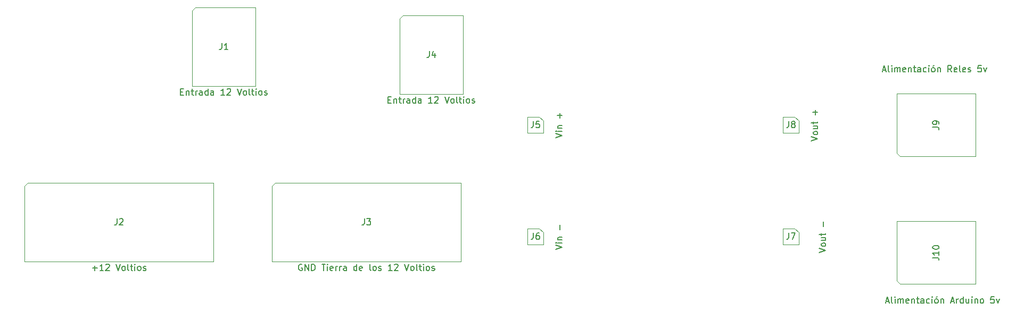
<source format=gbr>
G04 #@! TF.GenerationSoftware,KiCad,Pcbnew,(5.1.5)-1*
G04 #@! TF.CreationDate,2020-02-15T15:22:27-05:00*
G04 #@! TF.ProjectId,potencia,706f7465-6e63-4696-912e-6b696361645f,rev?*
G04 #@! TF.SameCoordinates,Original*
G04 #@! TF.FileFunction,Other,Fab,Top*
%FSLAX46Y46*%
G04 Gerber Fmt 4.6, Leading zero omitted, Abs format (unit mm)*
G04 Created by KiCad (PCBNEW (5.1.5)-1) date 2020-02-15 15:22:27*
%MOMM*%
%LPD*%
G04 APERTURE LIST*
%ADD10C,0.100000*%
%ADD11C,0.150000*%
G04 APERTURE END LIST*
D10*
X86900000Y-67660000D02*
X96400000Y-67660000D01*
X96400000Y-67660000D02*
X96400000Y-80160000D01*
X96400000Y-80160000D02*
X86400000Y-80160000D01*
X86400000Y-80160000D02*
X86400000Y-68160000D01*
X86400000Y-68160000D02*
X86900000Y-67660000D01*
X60230000Y-95600000D02*
X89730000Y-95600000D01*
X89730000Y-95600000D02*
X89730000Y-108100000D01*
X89730000Y-108100000D02*
X59730000Y-108100000D01*
X59730000Y-108100000D02*
X59730000Y-96100000D01*
X59730000Y-96100000D02*
X60230000Y-95600000D01*
X99100000Y-96100000D02*
X99600000Y-95600000D01*
X99100000Y-108100000D02*
X99100000Y-96100000D01*
X129100000Y-108100000D02*
X99100000Y-108100000D01*
X129100000Y-95600000D02*
X129100000Y-108100000D01*
X99600000Y-95600000D02*
X129100000Y-95600000D01*
X119920000Y-68930000D02*
X129420000Y-68930000D01*
X129420000Y-68930000D02*
X129420000Y-81430000D01*
X129420000Y-81430000D02*
X119420000Y-81430000D01*
X119420000Y-81430000D02*
X119420000Y-69430000D01*
X119420000Y-69430000D02*
X119920000Y-68930000D01*
X139700000Y-85090000D02*
X141605000Y-85090000D01*
X141605000Y-85090000D02*
X142240000Y-85725000D01*
X142240000Y-85725000D02*
X142240000Y-87630000D01*
X142240000Y-87630000D02*
X139700000Y-87630000D01*
X139700000Y-87630000D02*
X139700000Y-85090000D01*
X139700000Y-105410000D02*
X139700000Y-102870000D01*
X142240000Y-105410000D02*
X139700000Y-105410000D01*
X142240000Y-103505000D02*
X142240000Y-105410000D01*
X141605000Y-102870000D02*
X142240000Y-103505000D01*
X139700000Y-102870000D02*
X141605000Y-102870000D01*
X180340000Y-102870000D02*
X182245000Y-102870000D01*
X182245000Y-102870000D02*
X182880000Y-103505000D01*
X182880000Y-103505000D02*
X182880000Y-105410000D01*
X182880000Y-105410000D02*
X180340000Y-105410000D01*
X180340000Y-105410000D02*
X180340000Y-102870000D01*
X180340000Y-87630000D02*
X180340000Y-85090000D01*
X182880000Y-87630000D02*
X180340000Y-87630000D01*
X182880000Y-85725000D02*
X182880000Y-87630000D01*
X182245000Y-85090000D02*
X182880000Y-85725000D01*
X180340000Y-85090000D02*
X182245000Y-85090000D01*
X198970000Y-91400000D02*
X198470000Y-90900000D01*
X210970000Y-91400000D02*
X198970000Y-91400000D01*
X210970000Y-81400000D02*
X210970000Y-91400000D01*
X198470000Y-81400000D02*
X210970000Y-81400000D01*
X198470000Y-90900000D02*
X198470000Y-81400000D01*
X198970000Y-111720000D02*
X198470000Y-111220000D01*
X210970000Y-111720000D02*
X198970000Y-111720000D01*
X210970000Y-101720000D02*
X210970000Y-111720000D01*
X198470000Y-101720000D02*
X210970000Y-101720000D01*
X198470000Y-111220000D02*
X198470000Y-101720000D01*
D11*
X84542857Y-81088571D02*
X84876190Y-81088571D01*
X85019047Y-81612380D02*
X84542857Y-81612380D01*
X84542857Y-80612380D01*
X85019047Y-80612380D01*
X85447619Y-80945714D02*
X85447619Y-81612380D01*
X85447619Y-81040952D02*
X85495238Y-80993333D01*
X85590476Y-80945714D01*
X85733333Y-80945714D01*
X85828571Y-80993333D01*
X85876190Y-81088571D01*
X85876190Y-81612380D01*
X86209523Y-80945714D02*
X86590476Y-80945714D01*
X86352380Y-80612380D02*
X86352380Y-81469523D01*
X86400000Y-81564761D01*
X86495238Y-81612380D01*
X86590476Y-81612380D01*
X86923809Y-81612380D02*
X86923809Y-80945714D01*
X86923809Y-81136190D02*
X86971428Y-81040952D01*
X87019047Y-80993333D01*
X87114285Y-80945714D01*
X87209523Y-80945714D01*
X87971428Y-81612380D02*
X87971428Y-81088571D01*
X87923809Y-80993333D01*
X87828571Y-80945714D01*
X87638095Y-80945714D01*
X87542857Y-80993333D01*
X87971428Y-81564761D02*
X87876190Y-81612380D01*
X87638095Y-81612380D01*
X87542857Y-81564761D01*
X87495238Y-81469523D01*
X87495238Y-81374285D01*
X87542857Y-81279047D01*
X87638095Y-81231428D01*
X87876190Y-81231428D01*
X87971428Y-81183809D01*
X88876190Y-81612380D02*
X88876190Y-80612380D01*
X88876190Y-81564761D02*
X88780952Y-81612380D01*
X88590476Y-81612380D01*
X88495238Y-81564761D01*
X88447619Y-81517142D01*
X88400000Y-81421904D01*
X88400000Y-81136190D01*
X88447619Y-81040952D01*
X88495238Y-80993333D01*
X88590476Y-80945714D01*
X88780952Y-80945714D01*
X88876190Y-80993333D01*
X89780952Y-81612380D02*
X89780952Y-81088571D01*
X89733333Y-80993333D01*
X89638095Y-80945714D01*
X89447619Y-80945714D01*
X89352380Y-80993333D01*
X89780952Y-81564761D02*
X89685714Y-81612380D01*
X89447619Y-81612380D01*
X89352380Y-81564761D01*
X89304761Y-81469523D01*
X89304761Y-81374285D01*
X89352380Y-81279047D01*
X89447619Y-81231428D01*
X89685714Y-81231428D01*
X89780952Y-81183809D01*
X91542857Y-81612380D02*
X90971428Y-81612380D01*
X91257142Y-81612380D02*
X91257142Y-80612380D01*
X91161904Y-80755238D01*
X91066666Y-80850476D01*
X90971428Y-80898095D01*
X91923809Y-80707619D02*
X91971428Y-80660000D01*
X92066666Y-80612380D01*
X92304761Y-80612380D01*
X92400000Y-80660000D01*
X92447619Y-80707619D01*
X92495238Y-80802857D01*
X92495238Y-80898095D01*
X92447619Y-81040952D01*
X91876190Y-81612380D01*
X92495238Y-81612380D01*
X93542857Y-80612380D02*
X93876190Y-81612380D01*
X94209523Y-80612380D01*
X94685714Y-81612380D02*
X94590476Y-81564761D01*
X94542857Y-81517142D01*
X94495238Y-81421904D01*
X94495238Y-81136190D01*
X94542857Y-81040952D01*
X94590476Y-80993333D01*
X94685714Y-80945714D01*
X94828571Y-80945714D01*
X94923809Y-80993333D01*
X94971428Y-81040952D01*
X95019047Y-81136190D01*
X95019047Y-81421904D01*
X94971428Y-81517142D01*
X94923809Y-81564761D01*
X94828571Y-81612380D01*
X94685714Y-81612380D01*
X95590476Y-81612380D02*
X95495238Y-81564761D01*
X95447619Y-81469523D01*
X95447619Y-80612380D01*
X95828571Y-80945714D02*
X96209523Y-80945714D01*
X95971428Y-80612380D02*
X95971428Y-81469523D01*
X96019047Y-81564761D01*
X96114285Y-81612380D01*
X96209523Y-81612380D01*
X96542857Y-81612380D02*
X96542857Y-80945714D01*
X96542857Y-80612380D02*
X96495238Y-80660000D01*
X96542857Y-80707619D01*
X96590476Y-80660000D01*
X96542857Y-80612380D01*
X96542857Y-80707619D01*
X97161904Y-81612380D02*
X97066666Y-81564761D01*
X97019047Y-81517142D01*
X96971428Y-81421904D01*
X96971428Y-81136190D01*
X97019047Y-81040952D01*
X97066666Y-80993333D01*
X97161904Y-80945714D01*
X97304761Y-80945714D01*
X97400000Y-80993333D01*
X97447619Y-81040952D01*
X97495238Y-81136190D01*
X97495238Y-81421904D01*
X97447619Y-81517142D01*
X97400000Y-81564761D01*
X97304761Y-81612380D01*
X97161904Y-81612380D01*
X97876190Y-81564761D02*
X97971428Y-81612380D01*
X98161904Y-81612380D01*
X98257142Y-81564761D01*
X98304761Y-81469523D01*
X98304761Y-81421904D01*
X98257142Y-81326666D01*
X98161904Y-81279047D01*
X98019047Y-81279047D01*
X97923809Y-81231428D01*
X97876190Y-81136190D01*
X97876190Y-81088571D01*
X97923809Y-80993333D01*
X98019047Y-80945714D01*
X98161904Y-80945714D01*
X98257142Y-80993333D01*
X91066666Y-73362380D02*
X91066666Y-74076666D01*
X91019047Y-74219523D01*
X90923809Y-74314761D01*
X90780952Y-74362380D01*
X90685714Y-74362380D01*
X92066666Y-74362380D02*
X91495238Y-74362380D01*
X91780952Y-74362380D02*
X91780952Y-73362380D01*
X91685714Y-73505238D01*
X91590476Y-73600476D01*
X91495238Y-73648095D01*
X70491904Y-109171428D02*
X71253809Y-109171428D01*
X70872857Y-109552380D02*
X70872857Y-108790476D01*
X72253809Y-109552380D02*
X71682380Y-109552380D01*
X71968095Y-109552380D02*
X71968095Y-108552380D01*
X71872857Y-108695238D01*
X71777619Y-108790476D01*
X71682380Y-108838095D01*
X72634761Y-108647619D02*
X72682380Y-108600000D01*
X72777619Y-108552380D01*
X73015714Y-108552380D01*
X73110952Y-108600000D01*
X73158571Y-108647619D01*
X73206190Y-108742857D01*
X73206190Y-108838095D01*
X73158571Y-108980952D01*
X72587142Y-109552380D01*
X73206190Y-109552380D01*
X74253809Y-108552380D02*
X74587142Y-109552380D01*
X74920476Y-108552380D01*
X75396666Y-109552380D02*
X75301428Y-109504761D01*
X75253809Y-109457142D01*
X75206190Y-109361904D01*
X75206190Y-109076190D01*
X75253809Y-108980952D01*
X75301428Y-108933333D01*
X75396666Y-108885714D01*
X75539523Y-108885714D01*
X75634761Y-108933333D01*
X75682380Y-108980952D01*
X75730000Y-109076190D01*
X75730000Y-109361904D01*
X75682380Y-109457142D01*
X75634761Y-109504761D01*
X75539523Y-109552380D01*
X75396666Y-109552380D01*
X76301428Y-109552380D02*
X76206190Y-109504761D01*
X76158571Y-109409523D01*
X76158571Y-108552380D01*
X76539523Y-108885714D02*
X76920476Y-108885714D01*
X76682380Y-108552380D02*
X76682380Y-109409523D01*
X76730000Y-109504761D01*
X76825238Y-109552380D01*
X76920476Y-109552380D01*
X77253809Y-109552380D02*
X77253809Y-108885714D01*
X77253809Y-108552380D02*
X77206190Y-108600000D01*
X77253809Y-108647619D01*
X77301428Y-108600000D01*
X77253809Y-108552380D01*
X77253809Y-108647619D01*
X77872857Y-109552380D02*
X77777619Y-109504761D01*
X77730000Y-109457142D01*
X77682380Y-109361904D01*
X77682380Y-109076190D01*
X77730000Y-108980952D01*
X77777619Y-108933333D01*
X77872857Y-108885714D01*
X78015714Y-108885714D01*
X78110952Y-108933333D01*
X78158571Y-108980952D01*
X78206190Y-109076190D01*
X78206190Y-109361904D01*
X78158571Y-109457142D01*
X78110952Y-109504761D01*
X78015714Y-109552380D01*
X77872857Y-109552380D01*
X78587142Y-109504761D02*
X78682380Y-109552380D01*
X78872857Y-109552380D01*
X78968095Y-109504761D01*
X79015714Y-109409523D01*
X79015714Y-109361904D01*
X78968095Y-109266666D01*
X78872857Y-109219047D01*
X78730000Y-109219047D01*
X78634761Y-109171428D01*
X78587142Y-109076190D01*
X78587142Y-109028571D01*
X78634761Y-108933333D01*
X78730000Y-108885714D01*
X78872857Y-108885714D01*
X78968095Y-108933333D01*
X74396666Y-101302380D02*
X74396666Y-102016666D01*
X74349047Y-102159523D01*
X74253809Y-102254761D01*
X74110952Y-102302380D01*
X74015714Y-102302380D01*
X74825238Y-101397619D02*
X74872857Y-101350000D01*
X74968095Y-101302380D01*
X75206190Y-101302380D01*
X75301428Y-101350000D01*
X75349047Y-101397619D01*
X75396666Y-101492857D01*
X75396666Y-101588095D01*
X75349047Y-101730952D01*
X74777619Y-102302380D01*
X75396666Y-102302380D01*
X103838095Y-108600000D02*
X103742857Y-108552380D01*
X103600000Y-108552380D01*
X103457142Y-108600000D01*
X103361904Y-108695238D01*
X103314285Y-108790476D01*
X103266666Y-108980952D01*
X103266666Y-109123809D01*
X103314285Y-109314285D01*
X103361904Y-109409523D01*
X103457142Y-109504761D01*
X103600000Y-109552380D01*
X103695238Y-109552380D01*
X103838095Y-109504761D01*
X103885714Y-109457142D01*
X103885714Y-109123809D01*
X103695238Y-109123809D01*
X104314285Y-109552380D02*
X104314285Y-108552380D01*
X104885714Y-109552380D01*
X104885714Y-108552380D01*
X105361904Y-109552380D02*
X105361904Y-108552380D01*
X105600000Y-108552380D01*
X105742857Y-108600000D01*
X105838095Y-108695238D01*
X105885714Y-108790476D01*
X105933333Y-108980952D01*
X105933333Y-109123809D01*
X105885714Y-109314285D01*
X105838095Y-109409523D01*
X105742857Y-109504761D01*
X105600000Y-109552380D01*
X105361904Y-109552380D01*
X106980952Y-108552380D02*
X107552380Y-108552380D01*
X107266666Y-109552380D02*
X107266666Y-108552380D01*
X107885714Y-109552380D02*
X107885714Y-108885714D01*
X107885714Y-108552380D02*
X107838095Y-108600000D01*
X107885714Y-108647619D01*
X107933333Y-108600000D01*
X107885714Y-108552380D01*
X107885714Y-108647619D01*
X108742857Y-109504761D02*
X108647619Y-109552380D01*
X108457142Y-109552380D01*
X108361904Y-109504761D01*
X108314285Y-109409523D01*
X108314285Y-109028571D01*
X108361904Y-108933333D01*
X108457142Y-108885714D01*
X108647619Y-108885714D01*
X108742857Y-108933333D01*
X108790476Y-109028571D01*
X108790476Y-109123809D01*
X108314285Y-109219047D01*
X109219047Y-109552380D02*
X109219047Y-108885714D01*
X109219047Y-109076190D02*
X109266666Y-108980952D01*
X109314285Y-108933333D01*
X109409523Y-108885714D01*
X109504761Y-108885714D01*
X109838095Y-109552380D02*
X109838095Y-108885714D01*
X109838095Y-109076190D02*
X109885714Y-108980952D01*
X109933333Y-108933333D01*
X110028571Y-108885714D01*
X110123809Y-108885714D01*
X110885714Y-109552380D02*
X110885714Y-109028571D01*
X110838095Y-108933333D01*
X110742857Y-108885714D01*
X110552380Y-108885714D01*
X110457142Y-108933333D01*
X110885714Y-109504761D02*
X110790476Y-109552380D01*
X110552380Y-109552380D01*
X110457142Y-109504761D01*
X110409523Y-109409523D01*
X110409523Y-109314285D01*
X110457142Y-109219047D01*
X110552380Y-109171428D01*
X110790476Y-109171428D01*
X110885714Y-109123809D01*
X112552380Y-109552380D02*
X112552380Y-108552380D01*
X112552380Y-109504761D02*
X112457142Y-109552380D01*
X112266666Y-109552380D01*
X112171428Y-109504761D01*
X112123809Y-109457142D01*
X112076190Y-109361904D01*
X112076190Y-109076190D01*
X112123809Y-108980952D01*
X112171428Y-108933333D01*
X112266666Y-108885714D01*
X112457142Y-108885714D01*
X112552380Y-108933333D01*
X113409523Y-109504761D02*
X113314285Y-109552380D01*
X113123809Y-109552380D01*
X113028571Y-109504761D01*
X112980952Y-109409523D01*
X112980952Y-109028571D01*
X113028571Y-108933333D01*
X113123809Y-108885714D01*
X113314285Y-108885714D01*
X113409523Y-108933333D01*
X113457142Y-109028571D01*
X113457142Y-109123809D01*
X112980952Y-109219047D01*
X114790476Y-109552380D02*
X114695238Y-109504761D01*
X114647619Y-109409523D01*
X114647619Y-108552380D01*
X115314285Y-109552380D02*
X115219047Y-109504761D01*
X115171428Y-109457142D01*
X115123809Y-109361904D01*
X115123809Y-109076190D01*
X115171428Y-108980952D01*
X115219047Y-108933333D01*
X115314285Y-108885714D01*
X115457142Y-108885714D01*
X115552380Y-108933333D01*
X115600000Y-108980952D01*
X115647619Y-109076190D01*
X115647619Y-109361904D01*
X115600000Y-109457142D01*
X115552380Y-109504761D01*
X115457142Y-109552380D01*
X115314285Y-109552380D01*
X116028571Y-109504761D02*
X116123809Y-109552380D01*
X116314285Y-109552380D01*
X116409523Y-109504761D01*
X116457142Y-109409523D01*
X116457142Y-109361904D01*
X116409523Y-109266666D01*
X116314285Y-109219047D01*
X116171428Y-109219047D01*
X116076190Y-109171428D01*
X116028571Y-109076190D01*
X116028571Y-109028571D01*
X116076190Y-108933333D01*
X116171428Y-108885714D01*
X116314285Y-108885714D01*
X116409523Y-108933333D01*
X118171428Y-109552380D02*
X117600000Y-109552380D01*
X117885714Y-109552380D02*
X117885714Y-108552380D01*
X117790476Y-108695238D01*
X117695238Y-108790476D01*
X117600000Y-108838095D01*
X118552380Y-108647619D02*
X118600000Y-108600000D01*
X118695238Y-108552380D01*
X118933333Y-108552380D01*
X119028571Y-108600000D01*
X119076190Y-108647619D01*
X119123809Y-108742857D01*
X119123809Y-108838095D01*
X119076190Y-108980952D01*
X118504761Y-109552380D01*
X119123809Y-109552380D01*
X120171428Y-108552380D02*
X120504761Y-109552380D01*
X120838095Y-108552380D01*
X121314285Y-109552380D02*
X121219047Y-109504761D01*
X121171428Y-109457142D01*
X121123809Y-109361904D01*
X121123809Y-109076190D01*
X121171428Y-108980952D01*
X121219047Y-108933333D01*
X121314285Y-108885714D01*
X121457142Y-108885714D01*
X121552380Y-108933333D01*
X121600000Y-108980952D01*
X121647619Y-109076190D01*
X121647619Y-109361904D01*
X121600000Y-109457142D01*
X121552380Y-109504761D01*
X121457142Y-109552380D01*
X121314285Y-109552380D01*
X122219047Y-109552380D02*
X122123809Y-109504761D01*
X122076190Y-109409523D01*
X122076190Y-108552380D01*
X122457142Y-108885714D02*
X122838095Y-108885714D01*
X122600000Y-108552380D02*
X122600000Y-109409523D01*
X122647619Y-109504761D01*
X122742857Y-109552380D01*
X122838095Y-109552380D01*
X123171428Y-109552380D02*
X123171428Y-108885714D01*
X123171428Y-108552380D02*
X123123809Y-108600000D01*
X123171428Y-108647619D01*
X123219047Y-108600000D01*
X123171428Y-108552380D01*
X123171428Y-108647619D01*
X123790476Y-109552380D02*
X123695238Y-109504761D01*
X123647619Y-109457142D01*
X123600000Y-109361904D01*
X123600000Y-109076190D01*
X123647619Y-108980952D01*
X123695238Y-108933333D01*
X123790476Y-108885714D01*
X123933333Y-108885714D01*
X124028571Y-108933333D01*
X124076190Y-108980952D01*
X124123809Y-109076190D01*
X124123809Y-109361904D01*
X124076190Y-109457142D01*
X124028571Y-109504761D01*
X123933333Y-109552380D01*
X123790476Y-109552380D01*
X124504761Y-109504761D02*
X124600000Y-109552380D01*
X124790476Y-109552380D01*
X124885714Y-109504761D01*
X124933333Y-109409523D01*
X124933333Y-109361904D01*
X124885714Y-109266666D01*
X124790476Y-109219047D01*
X124647619Y-109219047D01*
X124552380Y-109171428D01*
X124504761Y-109076190D01*
X124504761Y-109028571D01*
X124552380Y-108933333D01*
X124647619Y-108885714D01*
X124790476Y-108885714D01*
X124885714Y-108933333D01*
X113766666Y-101302380D02*
X113766666Y-102016666D01*
X113719047Y-102159523D01*
X113623809Y-102254761D01*
X113480952Y-102302380D01*
X113385714Y-102302380D01*
X114147619Y-101302380D02*
X114766666Y-101302380D01*
X114433333Y-101683333D01*
X114576190Y-101683333D01*
X114671428Y-101730952D01*
X114719047Y-101778571D01*
X114766666Y-101873809D01*
X114766666Y-102111904D01*
X114719047Y-102207142D01*
X114671428Y-102254761D01*
X114576190Y-102302380D01*
X114290476Y-102302380D01*
X114195238Y-102254761D01*
X114147619Y-102207142D01*
X117562857Y-82358571D02*
X117896190Y-82358571D01*
X118039047Y-82882380D02*
X117562857Y-82882380D01*
X117562857Y-81882380D01*
X118039047Y-81882380D01*
X118467619Y-82215714D02*
X118467619Y-82882380D01*
X118467619Y-82310952D02*
X118515238Y-82263333D01*
X118610476Y-82215714D01*
X118753333Y-82215714D01*
X118848571Y-82263333D01*
X118896190Y-82358571D01*
X118896190Y-82882380D01*
X119229523Y-82215714D02*
X119610476Y-82215714D01*
X119372380Y-81882380D02*
X119372380Y-82739523D01*
X119420000Y-82834761D01*
X119515238Y-82882380D01*
X119610476Y-82882380D01*
X119943809Y-82882380D02*
X119943809Y-82215714D01*
X119943809Y-82406190D02*
X119991428Y-82310952D01*
X120039047Y-82263333D01*
X120134285Y-82215714D01*
X120229523Y-82215714D01*
X120991428Y-82882380D02*
X120991428Y-82358571D01*
X120943809Y-82263333D01*
X120848571Y-82215714D01*
X120658095Y-82215714D01*
X120562857Y-82263333D01*
X120991428Y-82834761D02*
X120896190Y-82882380D01*
X120658095Y-82882380D01*
X120562857Y-82834761D01*
X120515238Y-82739523D01*
X120515238Y-82644285D01*
X120562857Y-82549047D01*
X120658095Y-82501428D01*
X120896190Y-82501428D01*
X120991428Y-82453809D01*
X121896190Y-82882380D02*
X121896190Y-81882380D01*
X121896190Y-82834761D02*
X121800952Y-82882380D01*
X121610476Y-82882380D01*
X121515238Y-82834761D01*
X121467619Y-82787142D01*
X121420000Y-82691904D01*
X121420000Y-82406190D01*
X121467619Y-82310952D01*
X121515238Y-82263333D01*
X121610476Y-82215714D01*
X121800952Y-82215714D01*
X121896190Y-82263333D01*
X122800952Y-82882380D02*
X122800952Y-82358571D01*
X122753333Y-82263333D01*
X122658095Y-82215714D01*
X122467619Y-82215714D01*
X122372380Y-82263333D01*
X122800952Y-82834761D02*
X122705714Y-82882380D01*
X122467619Y-82882380D01*
X122372380Y-82834761D01*
X122324761Y-82739523D01*
X122324761Y-82644285D01*
X122372380Y-82549047D01*
X122467619Y-82501428D01*
X122705714Y-82501428D01*
X122800952Y-82453809D01*
X124562857Y-82882380D02*
X123991428Y-82882380D01*
X124277142Y-82882380D02*
X124277142Y-81882380D01*
X124181904Y-82025238D01*
X124086666Y-82120476D01*
X123991428Y-82168095D01*
X124943809Y-81977619D02*
X124991428Y-81930000D01*
X125086666Y-81882380D01*
X125324761Y-81882380D01*
X125420000Y-81930000D01*
X125467619Y-81977619D01*
X125515238Y-82072857D01*
X125515238Y-82168095D01*
X125467619Y-82310952D01*
X124896190Y-82882380D01*
X125515238Y-82882380D01*
X126562857Y-81882380D02*
X126896190Y-82882380D01*
X127229523Y-81882380D01*
X127705714Y-82882380D02*
X127610476Y-82834761D01*
X127562857Y-82787142D01*
X127515238Y-82691904D01*
X127515238Y-82406190D01*
X127562857Y-82310952D01*
X127610476Y-82263333D01*
X127705714Y-82215714D01*
X127848571Y-82215714D01*
X127943809Y-82263333D01*
X127991428Y-82310952D01*
X128039047Y-82406190D01*
X128039047Y-82691904D01*
X127991428Y-82787142D01*
X127943809Y-82834761D01*
X127848571Y-82882380D01*
X127705714Y-82882380D01*
X128610476Y-82882380D02*
X128515238Y-82834761D01*
X128467619Y-82739523D01*
X128467619Y-81882380D01*
X128848571Y-82215714D02*
X129229523Y-82215714D01*
X128991428Y-81882380D02*
X128991428Y-82739523D01*
X129039047Y-82834761D01*
X129134285Y-82882380D01*
X129229523Y-82882380D01*
X129562857Y-82882380D02*
X129562857Y-82215714D01*
X129562857Y-81882380D02*
X129515238Y-81930000D01*
X129562857Y-81977619D01*
X129610476Y-81930000D01*
X129562857Y-81882380D01*
X129562857Y-81977619D01*
X130181904Y-82882380D02*
X130086666Y-82834761D01*
X130039047Y-82787142D01*
X129991428Y-82691904D01*
X129991428Y-82406190D01*
X130039047Y-82310952D01*
X130086666Y-82263333D01*
X130181904Y-82215714D01*
X130324761Y-82215714D01*
X130420000Y-82263333D01*
X130467619Y-82310952D01*
X130515238Y-82406190D01*
X130515238Y-82691904D01*
X130467619Y-82787142D01*
X130420000Y-82834761D01*
X130324761Y-82882380D01*
X130181904Y-82882380D01*
X130896190Y-82834761D02*
X130991428Y-82882380D01*
X131181904Y-82882380D01*
X131277142Y-82834761D01*
X131324761Y-82739523D01*
X131324761Y-82691904D01*
X131277142Y-82596666D01*
X131181904Y-82549047D01*
X131039047Y-82549047D01*
X130943809Y-82501428D01*
X130896190Y-82406190D01*
X130896190Y-82358571D01*
X130943809Y-82263333D01*
X131039047Y-82215714D01*
X131181904Y-82215714D01*
X131277142Y-82263333D01*
X124086666Y-74632380D02*
X124086666Y-75346666D01*
X124039047Y-75489523D01*
X123943809Y-75584761D01*
X123800952Y-75632380D01*
X123705714Y-75632380D01*
X124991428Y-74965714D02*
X124991428Y-75632380D01*
X124753333Y-74584761D02*
X124515238Y-75299047D01*
X125134285Y-75299047D01*
X144232380Y-88383809D02*
X145232380Y-88050476D01*
X144232380Y-87717142D01*
X145232380Y-87383809D02*
X144565714Y-87383809D01*
X144232380Y-87383809D02*
X144280000Y-87431428D01*
X144327619Y-87383809D01*
X144280000Y-87336190D01*
X144232380Y-87383809D01*
X144327619Y-87383809D01*
X144565714Y-86907619D02*
X145232380Y-86907619D01*
X144660952Y-86907619D02*
X144613333Y-86860000D01*
X144565714Y-86764761D01*
X144565714Y-86621904D01*
X144613333Y-86526666D01*
X144708571Y-86479047D01*
X145232380Y-86479047D01*
X144851428Y-85240952D02*
X144851428Y-84479047D01*
X145232380Y-84860000D02*
X144470476Y-84860000D01*
X140636666Y-85812380D02*
X140636666Y-86526666D01*
X140589047Y-86669523D01*
X140493809Y-86764761D01*
X140350952Y-86812380D01*
X140255714Y-86812380D01*
X141589047Y-85812380D02*
X141112857Y-85812380D01*
X141065238Y-86288571D01*
X141112857Y-86240952D01*
X141208095Y-86193333D01*
X141446190Y-86193333D01*
X141541428Y-86240952D01*
X141589047Y-86288571D01*
X141636666Y-86383809D01*
X141636666Y-86621904D01*
X141589047Y-86717142D01*
X141541428Y-86764761D01*
X141446190Y-86812380D01*
X141208095Y-86812380D01*
X141112857Y-86764761D01*
X141065238Y-86717142D01*
X144232380Y-106163809D02*
X145232380Y-105830476D01*
X144232380Y-105497142D01*
X145232380Y-105163809D02*
X144565714Y-105163809D01*
X144232380Y-105163809D02*
X144280000Y-105211428D01*
X144327619Y-105163809D01*
X144280000Y-105116190D01*
X144232380Y-105163809D01*
X144327619Y-105163809D01*
X144565714Y-104687619D02*
X145232380Y-104687619D01*
X144660952Y-104687619D02*
X144613333Y-104640000D01*
X144565714Y-104544761D01*
X144565714Y-104401904D01*
X144613333Y-104306666D01*
X144708571Y-104259047D01*
X145232380Y-104259047D01*
X144851428Y-103020952D02*
X144851428Y-102259047D01*
X140636666Y-103592380D02*
X140636666Y-104306666D01*
X140589047Y-104449523D01*
X140493809Y-104544761D01*
X140350952Y-104592380D01*
X140255714Y-104592380D01*
X141541428Y-103592380D02*
X141350952Y-103592380D01*
X141255714Y-103640000D01*
X141208095Y-103687619D01*
X141112857Y-103830476D01*
X141065238Y-104020952D01*
X141065238Y-104401904D01*
X141112857Y-104497142D01*
X141160476Y-104544761D01*
X141255714Y-104592380D01*
X141446190Y-104592380D01*
X141541428Y-104544761D01*
X141589047Y-104497142D01*
X141636666Y-104401904D01*
X141636666Y-104163809D01*
X141589047Y-104068571D01*
X141541428Y-104020952D01*
X141446190Y-103973333D01*
X141255714Y-103973333D01*
X141160476Y-104020952D01*
X141112857Y-104068571D01*
X141065238Y-104163809D01*
X186142380Y-106663809D02*
X187142380Y-106330476D01*
X186142380Y-105997142D01*
X187142380Y-105520952D02*
X187094761Y-105616190D01*
X187047142Y-105663809D01*
X186951904Y-105711428D01*
X186666190Y-105711428D01*
X186570952Y-105663809D01*
X186523333Y-105616190D01*
X186475714Y-105520952D01*
X186475714Y-105378095D01*
X186523333Y-105282857D01*
X186570952Y-105235238D01*
X186666190Y-105187619D01*
X186951904Y-105187619D01*
X187047142Y-105235238D01*
X187094761Y-105282857D01*
X187142380Y-105378095D01*
X187142380Y-105520952D01*
X186475714Y-104330476D02*
X187142380Y-104330476D01*
X186475714Y-104759047D02*
X186999523Y-104759047D01*
X187094761Y-104711428D01*
X187142380Y-104616190D01*
X187142380Y-104473333D01*
X187094761Y-104378095D01*
X187047142Y-104330476D01*
X186475714Y-103997142D02*
X186475714Y-103616190D01*
X186142380Y-103854285D02*
X186999523Y-103854285D01*
X187094761Y-103806666D01*
X187142380Y-103711428D01*
X187142380Y-103616190D01*
X186761428Y-102520952D02*
X186761428Y-101759047D01*
X181276666Y-103592380D02*
X181276666Y-104306666D01*
X181229047Y-104449523D01*
X181133809Y-104544761D01*
X180990952Y-104592380D01*
X180895714Y-104592380D01*
X181657619Y-103592380D02*
X182324285Y-103592380D01*
X181895714Y-104592380D01*
X184872380Y-88883809D02*
X185872380Y-88550476D01*
X184872380Y-88217142D01*
X185872380Y-87740952D02*
X185824761Y-87836190D01*
X185777142Y-87883809D01*
X185681904Y-87931428D01*
X185396190Y-87931428D01*
X185300952Y-87883809D01*
X185253333Y-87836190D01*
X185205714Y-87740952D01*
X185205714Y-87598095D01*
X185253333Y-87502857D01*
X185300952Y-87455238D01*
X185396190Y-87407619D01*
X185681904Y-87407619D01*
X185777142Y-87455238D01*
X185824761Y-87502857D01*
X185872380Y-87598095D01*
X185872380Y-87740952D01*
X185205714Y-86550476D02*
X185872380Y-86550476D01*
X185205714Y-86979047D02*
X185729523Y-86979047D01*
X185824761Y-86931428D01*
X185872380Y-86836190D01*
X185872380Y-86693333D01*
X185824761Y-86598095D01*
X185777142Y-86550476D01*
X185205714Y-86217142D02*
X185205714Y-85836190D01*
X184872380Y-86074285D02*
X185729523Y-86074285D01*
X185824761Y-86026666D01*
X185872380Y-85931428D01*
X185872380Y-85836190D01*
X185491428Y-84740952D02*
X185491428Y-83979047D01*
X185872380Y-84360000D02*
X185110476Y-84360000D01*
X181276666Y-85812380D02*
X181276666Y-86526666D01*
X181229047Y-86669523D01*
X181133809Y-86764761D01*
X180990952Y-86812380D01*
X180895714Y-86812380D01*
X181895714Y-86240952D02*
X181800476Y-86193333D01*
X181752857Y-86145714D01*
X181705238Y-86050476D01*
X181705238Y-86002857D01*
X181752857Y-85907619D01*
X181800476Y-85860000D01*
X181895714Y-85812380D01*
X182086190Y-85812380D01*
X182181428Y-85860000D01*
X182229047Y-85907619D01*
X182276666Y-86002857D01*
X182276666Y-86050476D01*
X182229047Y-86145714D01*
X182181428Y-86193333D01*
X182086190Y-86240952D01*
X181895714Y-86240952D01*
X181800476Y-86288571D01*
X181752857Y-86336190D01*
X181705238Y-86431428D01*
X181705238Y-86621904D01*
X181752857Y-86717142D01*
X181800476Y-86764761D01*
X181895714Y-86812380D01*
X182086190Y-86812380D01*
X182181428Y-86764761D01*
X182229047Y-86717142D01*
X182276666Y-86621904D01*
X182276666Y-86431428D01*
X182229047Y-86336190D01*
X182181428Y-86288571D01*
X182086190Y-86240952D01*
X196231904Y-77636666D02*
X196708095Y-77636666D01*
X196136666Y-77922380D02*
X196470000Y-76922380D01*
X196803333Y-77922380D01*
X197279523Y-77922380D02*
X197184285Y-77874761D01*
X197136666Y-77779523D01*
X197136666Y-76922380D01*
X197660476Y-77922380D02*
X197660476Y-77255714D01*
X197660476Y-76922380D02*
X197612857Y-76970000D01*
X197660476Y-77017619D01*
X197708095Y-76970000D01*
X197660476Y-76922380D01*
X197660476Y-77017619D01*
X198136666Y-77922380D02*
X198136666Y-77255714D01*
X198136666Y-77350952D02*
X198184285Y-77303333D01*
X198279523Y-77255714D01*
X198422380Y-77255714D01*
X198517619Y-77303333D01*
X198565238Y-77398571D01*
X198565238Y-77922380D01*
X198565238Y-77398571D02*
X198612857Y-77303333D01*
X198708095Y-77255714D01*
X198850952Y-77255714D01*
X198946190Y-77303333D01*
X198993809Y-77398571D01*
X198993809Y-77922380D01*
X199850952Y-77874761D02*
X199755714Y-77922380D01*
X199565238Y-77922380D01*
X199470000Y-77874761D01*
X199422380Y-77779523D01*
X199422380Y-77398571D01*
X199470000Y-77303333D01*
X199565238Y-77255714D01*
X199755714Y-77255714D01*
X199850952Y-77303333D01*
X199898571Y-77398571D01*
X199898571Y-77493809D01*
X199422380Y-77589047D01*
X200327142Y-77255714D02*
X200327142Y-77922380D01*
X200327142Y-77350952D02*
X200374761Y-77303333D01*
X200470000Y-77255714D01*
X200612857Y-77255714D01*
X200708095Y-77303333D01*
X200755714Y-77398571D01*
X200755714Y-77922380D01*
X201089047Y-77255714D02*
X201470000Y-77255714D01*
X201231904Y-76922380D02*
X201231904Y-77779523D01*
X201279523Y-77874761D01*
X201374761Y-77922380D01*
X201470000Y-77922380D01*
X202231904Y-77922380D02*
X202231904Y-77398571D01*
X202184285Y-77303333D01*
X202089047Y-77255714D01*
X201898571Y-77255714D01*
X201803333Y-77303333D01*
X202231904Y-77874761D02*
X202136666Y-77922380D01*
X201898571Y-77922380D01*
X201803333Y-77874761D01*
X201755714Y-77779523D01*
X201755714Y-77684285D01*
X201803333Y-77589047D01*
X201898571Y-77541428D01*
X202136666Y-77541428D01*
X202231904Y-77493809D01*
X203136666Y-77874761D02*
X203041428Y-77922380D01*
X202850952Y-77922380D01*
X202755714Y-77874761D01*
X202708095Y-77827142D01*
X202660476Y-77731904D01*
X202660476Y-77446190D01*
X202708095Y-77350952D01*
X202755714Y-77303333D01*
X202850952Y-77255714D01*
X203041428Y-77255714D01*
X203136666Y-77303333D01*
X203565238Y-77922380D02*
X203565238Y-77255714D01*
X203565238Y-76922380D02*
X203517619Y-76970000D01*
X203565238Y-77017619D01*
X203612857Y-76970000D01*
X203565238Y-76922380D01*
X203565238Y-77017619D01*
X204184285Y-77922380D02*
X204089047Y-77874761D01*
X204041428Y-77827142D01*
X203993809Y-77731904D01*
X203993809Y-77446190D01*
X204041428Y-77350952D01*
X204089047Y-77303333D01*
X204184285Y-77255714D01*
X204327142Y-77255714D01*
X204422380Y-77303333D01*
X204470000Y-77350952D01*
X204517619Y-77446190D01*
X204517619Y-77731904D01*
X204470000Y-77827142D01*
X204422380Y-77874761D01*
X204327142Y-77922380D01*
X204184285Y-77922380D01*
X204374761Y-76874761D02*
X204231904Y-77017619D01*
X204946190Y-77255714D02*
X204946190Y-77922380D01*
X204946190Y-77350952D02*
X204993809Y-77303333D01*
X205089047Y-77255714D01*
X205231904Y-77255714D01*
X205327142Y-77303333D01*
X205374761Y-77398571D01*
X205374761Y-77922380D01*
X207184285Y-77922380D02*
X206850952Y-77446190D01*
X206612857Y-77922380D02*
X206612857Y-76922380D01*
X206993809Y-76922380D01*
X207089047Y-76970000D01*
X207136666Y-77017619D01*
X207184285Y-77112857D01*
X207184285Y-77255714D01*
X207136666Y-77350952D01*
X207089047Y-77398571D01*
X206993809Y-77446190D01*
X206612857Y-77446190D01*
X207993809Y-77874761D02*
X207898571Y-77922380D01*
X207708095Y-77922380D01*
X207612857Y-77874761D01*
X207565238Y-77779523D01*
X207565238Y-77398571D01*
X207612857Y-77303333D01*
X207708095Y-77255714D01*
X207898571Y-77255714D01*
X207993809Y-77303333D01*
X208041428Y-77398571D01*
X208041428Y-77493809D01*
X207565238Y-77589047D01*
X208612857Y-77922380D02*
X208517619Y-77874761D01*
X208470000Y-77779523D01*
X208470000Y-76922380D01*
X209374761Y-77874761D02*
X209279523Y-77922380D01*
X209089047Y-77922380D01*
X208993809Y-77874761D01*
X208946190Y-77779523D01*
X208946190Y-77398571D01*
X208993809Y-77303333D01*
X209089047Y-77255714D01*
X209279523Y-77255714D01*
X209374761Y-77303333D01*
X209422380Y-77398571D01*
X209422380Y-77493809D01*
X208946190Y-77589047D01*
X209803333Y-77874761D02*
X209898571Y-77922380D01*
X210089047Y-77922380D01*
X210184285Y-77874761D01*
X210231904Y-77779523D01*
X210231904Y-77731904D01*
X210184285Y-77636666D01*
X210089047Y-77589047D01*
X209946190Y-77589047D01*
X209850952Y-77541428D01*
X209803333Y-77446190D01*
X209803333Y-77398571D01*
X209850952Y-77303333D01*
X209946190Y-77255714D01*
X210089047Y-77255714D01*
X210184285Y-77303333D01*
X211898571Y-76922380D02*
X211422380Y-76922380D01*
X211374761Y-77398571D01*
X211422380Y-77350952D01*
X211517619Y-77303333D01*
X211755714Y-77303333D01*
X211850952Y-77350952D01*
X211898571Y-77398571D01*
X211946190Y-77493809D01*
X211946190Y-77731904D01*
X211898571Y-77827142D01*
X211850952Y-77874761D01*
X211755714Y-77922380D01*
X211517619Y-77922380D01*
X211422380Y-77874761D01*
X211374761Y-77827142D01*
X212279523Y-77255714D02*
X212517619Y-77922380D01*
X212755714Y-77255714D01*
X204172380Y-86733333D02*
X204886666Y-86733333D01*
X205029523Y-86780952D01*
X205124761Y-86876190D01*
X205172380Y-87019047D01*
X205172380Y-87114285D01*
X205172380Y-86209523D02*
X205172380Y-86019047D01*
X205124761Y-85923809D01*
X205077142Y-85876190D01*
X204934285Y-85780952D01*
X204743809Y-85733333D01*
X204362857Y-85733333D01*
X204267619Y-85780952D01*
X204220000Y-85828571D01*
X204172380Y-85923809D01*
X204172380Y-86114285D01*
X204220000Y-86209523D01*
X204267619Y-86257142D01*
X204362857Y-86304761D01*
X204600952Y-86304761D01*
X204696190Y-86257142D01*
X204743809Y-86209523D01*
X204791428Y-86114285D01*
X204791428Y-85923809D01*
X204743809Y-85828571D01*
X204696190Y-85780952D01*
X204600952Y-85733333D01*
X196740000Y-114466666D02*
X197216190Y-114466666D01*
X196644761Y-114752380D02*
X196978095Y-113752380D01*
X197311428Y-114752380D01*
X197787619Y-114752380D02*
X197692380Y-114704761D01*
X197644761Y-114609523D01*
X197644761Y-113752380D01*
X198168571Y-114752380D02*
X198168571Y-114085714D01*
X198168571Y-113752380D02*
X198120952Y-113800000D01*
X198168571Y-113847619D01*
X198216190Y-113800000D01*
X198168571Y-113752380D01*
X198168571Y-113847619D01*
X198644761Y-114752380D02*
X198644761Y-114085714D01*
X198644761Y-114180952D02*
X198692380Y-114133333D01*
X198787619Y-114085714D01*
X198930476Y-114085714D01*
X199025714Y-114133333D01*
X199073333Y-114228571D01*
X199073333Y-114752380D01*
X199073333Y-114228571D02*
X199120952Y-114133333D01*
X199216190Y-114085714D01*
X199359047Y-114085714D01*
X199454285Y-114133333D01*
X199501904Y-114228571D01*
X199501904Y-114752380D01*
X200359047Y-114704761D02*
X200263809Y-114752380D01*
X200073333Y-114752380D01*
X199978095Y-114704761D01*
X199930476Y-114609523D01*
X199930476Y-114228571D01*
X199978095Y-114133333D01*
X200073333Y-114085714D01*
X200263809Y-114085714D01*
X200359047Y-114133333D01*
X200406666Y-114228571D01*
X200406666Y-114323809D01*
X199930476Y-114419047D01*
X200835238Y-114085714D02*
X200835238Y-114752380D01*
X200835238Y-114180952D02*
X200882857Y-114133333D01*
X200978095Y-114085714D01*
X201120952Y-114085714D01*
X201216190Y-114133333D01*
X201263809Y-114228571D01*
X201263809Y-114752380D01*
X201597142Y-114085714D02*
X201978095Y-114085714D01*
X201740000Y-113752380D02*
X201740000Y-114609523D01*
X201787619Y-114704761D01*
X201882857Y-114752380D01*
X201978095Y-114752380D01*
X202740000Y-114752380D02*
X202740000Y-114228571D01*
X202692380Y-114133333D01*
X202597142Y-114085714D01*
X202406666Y-114085714D01*
X202311428Y-114133333D01*
X202740000Y-114704761D02*
X202644761Y-114752380D01*
X202406666Y-114752380D01*
X202311428Y-114704761D01*
X202263809Y-114609523D01*
X202263809Y-114514285D01*
X202311428Y-114419047D01*
X202406666Y-114371428D01*
X202644761Y-114371428D01*
X202740000Y-114323809D01*
X203644761Y-114704761D02*
X203549523Y-114752380D01*
X203359047Y-114752380D01*
X203263809Y-114704761D01*
X203216190Y-114657142D01*
X203168571Y-114561904D01*
X203168571Y-114276190D01*
X203216190Y-114180952D01*
X203263809Y-114133333D01*
X203359047Y-114085714D01*
X203549523Y-114085714D01*
X203644761Y-114133333D01*
X204073333Y-114752380D02*
X204073333Y-114085714D01*
X204073333Y-113752380D02*
X204025714Y-113800000D01*
X204073333Y-113847619D01*
X204120952Y-113800000D01*
X204073333Y-113752380D01*
X204073333Y-113847619D01*
X204692380Y-114752380D02*
X204597142Y-114704761D01*
X204549523Y-114657142D01*
X204501904Y-114561904D01*
X204501904Y-114276190D01*
X204549523Y-114180952D01*
X204597142Y-114133333D01*
X204692380Y-114085714D01*
X204835238Y-114085714D01*
X204930476Y-114133333D01*
X204978095Y-114180952D01*
X205025714Y-114276190D01*
X205025714Y-114561904D01*
X204978095Y-114657142D01*
X204930476Y-114704761D01*
X204835238Y-114752380D01*
X204692380Y-114752380D01*
X204882857Y-113704761D02*
X204740000Y-113847619D01*
X205454285Y-114085714D02*
X205454285Y-114752380D01*
X205454285Y-114180952D02*
X205501904Y-114133333D01*
X205597142Y-114085714D01*
X205740000Y-114085714D01*
X205835238Y-114133333D01*
X205882857Y-114228571D01*
X205882857Y-114752380D01*
X207073333Y-114466666D02*
X207549523Y-114466666D01*
X206978095Y-114752380D02*
X207311428Y-113752380D01*
X207644761Y-114752380D01*
X207978095Y-114752380D02*
X207978095Y-114085714D01*
X207978095Y-114276190D02*
X208025714Y-114180952D01*
X208073333Y-114133333D01*
X208168571Y-114085714D01*
X208263809Y-114085714D01*
X209025714Y-114752380D02*
X209025714Y-113752380D01*
X209025714Y-114704761D02*
X208930476Y-114752380D01*
X208740000Y-114752380D01*
X208644761Y-114704761D01*
X208597142Y-114657142D01*
X208549523Y-114561904D01*
X208549523Y-114276190D01*
X208597142Y-114180952D01*
X208644761Y-114133333D01*
X208740000Y-114085714D01*
X208930476Y-114085714D01*
X209025714Y-114133333D01*
X209930476Y-114085714D02*
X209930476Y-114752380D01*
X209501904Y-114085714D02*
X209501904Y-114609523D01*
X209549523Y-114704761D01*
X209644761Y-114752380D01*
X209787619Y-114752380D01*
X209882857Y-114704761D01*
X209930476Y-114657142D01*
X210406666Y-114752380D02*
X210406666Y-114085714D01*
X210406666Y-113752380D02*
X210359047Y-113800000D01*
X210406666Y-113847619D01*
X210454285Y-113800000D01*
X210406666Y-113752380D01*
X210406666Y-113847619D01*
X210882857Y-114085714D02*
X210882857Y-114752380D01*
X210882857Y-114180952D02*
X210930476Y-114133333D01*
X211025714Y-114085714D01*
X211168571Y-114085714D01*
X211263809Y-114133333D01*
X211311428Y-114228571D01*
X211311428Y-114752380D01*
X211930476Y-114752380D02*
X211835238Y-114704761D01*
X211787619Y-114657142D01*
X211740000Y-114561904D01*
X211740000Y-114276190D01*
X211787619Y-114180952D01*
X211835238Y-114133333D01*
X211930476Y-114085714D01*
X212073333Y-114085714D01*
X212168571Y-114133333D01*
X212216190Y-114180952D01*
X212263809Y-114276190D01*
X212263809Y-114561904D01*
X212216190Y-114657142D01*
X212168571Y-114704761D01*
X212073333Y-114752380D01*
X211930476Y-114752380D01*
X213930476Y-113752380D02*
X213454285Y-113752380D01*
X213406666Y-114228571D01*
X213454285Y-114180952D01*
X213549523Y-114133333D01*
X213787619Y-114133333D01*
X213882857Y-114180952D01*
X213930476Y-114228571D01*
X213978095Y-114323809D01*
X213978095Y-114561904D01*
X213930476Y-114657142D01*
X213882857Y-114704761D01*
X213787619Y-114752380D01*
X213549523Y-114752380D01*
X213454285Y-114704761D01*
X213406666Y-114657142D01*
X214311428Y-114085714D02*
X214549523Y-114752380D01*
X214787619Y-114085714D01*
X204172380Y-107529523D02*
X204886666Y-107529523D01*
X205029523Y-107577142D01*
X205124761Y-107672380D01*
X205172380Y-107815238D01*
X205172380Y-107910476D01*
X205172380Y-106529523D02*
X205172380Y-107100952D01*
X205172380Y-106815238D02*
X204172380Y-106815238D01*
X204315238Y-106910476D01*
X204410476Y-107005714D01*
X204458095Y-107100952D01*
X204172380Y-105910476D02*
X204172380Y-105815238D01*
X204220000Y-105720000D01*
X204267619Y-105672380D01*
X204362857Y-105624761D01*
X204553333Y-105577142D01*
X204791428Y-105577142D01*
X204981904Y-105624761D01*
X205077142Y-105672380D01*
X205124761Y-105720000D01*
X205172380Y-105815238D01*
X205172380Y-105910476D01*
X205124761Y-106005714D01*
X205077142Y-106053333D01*
X204981904Y-106100952D01*
X204791428Y-106148571D01*
X204553333Y-106148571D01*
X204362857Y-106100952D01*
X204267619Y-106053333D01*
X204220000Y-106005714D01*
X204172380Y-105910476D01*
M02*

</source>
